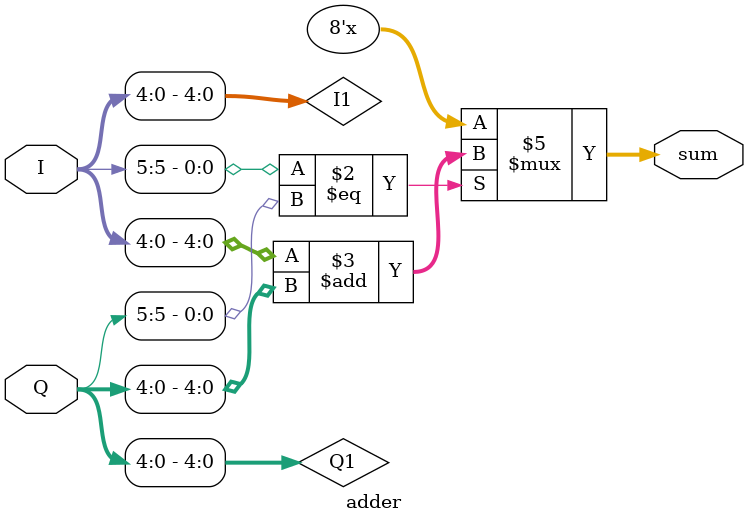
<source format=v>
`timescale 1ns / 1ps


module adder(

    input [5:0] I,
    input [5:0] Q,
    output reg [7:0] sum
    );
    
    
//    assign S_arr = {S3,S2,S1,S0};

    wire [4:0] I1 = I[4:0];
    wire [4:0] Q1 = Q[4:0];
        
    always @ (*)
    begin
        if( I[5] == Q[5])
        begin
            sum = I1 + Q1;
        end
    end

endmodule

</source>
